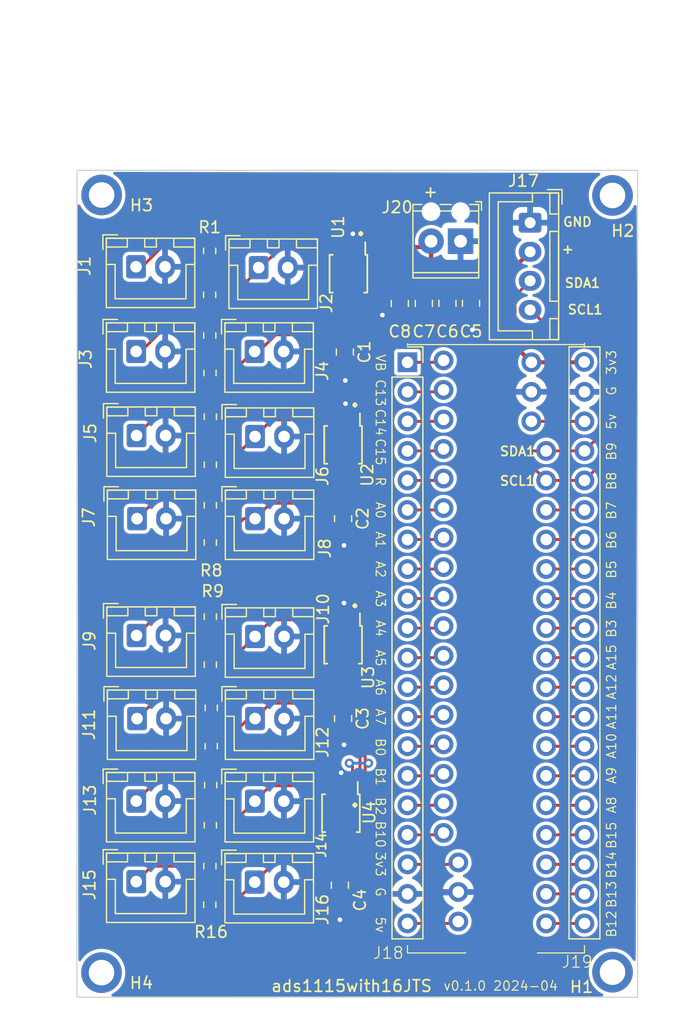
<source format=kicad_pcb>
(kicad_pcb (version 20240108) (generator "pcbnew") (generator_version "8.0")
  (title_block (date "2023-06-04"))
  (layers (0 "F.Cu" signal) (31 "B.Cu" signal) (34 "B.Paste" user) (35 "F.Paste" user) (36 "B.SilkS" user "B.Silkscreen") (37 "F.SilkS" user "F.Silkscreen") (38 "B.Mask" user) (39 "F.Mask" user) (44 "Edge.Cuts" user))
  (net 0 "")
  (net 1 "+3V3")
  (net 2 "GND")
  (net 3 "Net-(J1-Pin_1)")
  (net 4 "Net-(J2-Pin_1)")
  (net 5 "Net-(J3-Pin_1)")
  (net 6 "Net-(J4-Pin_1)")
  (net 7 "Net-(J5-Pin_1)")
  (net 8 "Net-(J6-Pin_1)")
  (net 9 "Net-(J7-Pin_1)")
  (net 10 "Net-(J8-Pin_1)")
  (net 11 "Net-(J9-Pin_1)")
  (net 12 "Net-(J10-Pin_1)")
  (net 13 "Net-(J11-Pin_1)")
  (net 14 "Net-(J12-Pin_1)")
  (net 15 "Net-(J13-Pin_1)")
  (net 16 "Net-(J14-Pin_1)")
  (net 17 "Net-(J15-Pin_1)")
  (net 18 "Net-(J16-Pin_1)")
  (net 23 "/SDA1")
  (net 24 "/SCL1")
  (net 25 "/SCL2")
  (net 26 "/SDA2")
  (net 27 "Net-(J18-3v3)")
  (net 28 "Net-(J18-5v)")
  (net 29 "Net-(J19-5v)")
  (net 30 "Net-(J18-VB)")
  (net 31 "Net-(J18-C13)")
  (net 32 "Net-(J18-C14)")
  (net 33 "Net-(J18-C15)")
  (net 34 "Net-(J18-R)")
  (net 35 "Net-(J18-A0)")
  (net 36 "Net-(J18-A1)")
  (net 37 "Net-(J18-A2)")
  (net 38 "Net-(J18-A3)")
  (net 39 "Net-(J18-A4)")
  (net 40 "Net-(J18-A5)")
  (net 41 "Net-(J18-A6)")
  (net 42 "Net-(J18-A7)")
  (net 43 "Net-(J18-B0)")
  (net 44 "Net-(J18-B1)")
  (net 45 "Net-(J18-B2)")
  (net 46 "Net-(J19-B12)")
  (net 47 "Net-(J19-B13)")
  (net 48 "Net-(J19-B14)")
  (net 49 "Net-(J19-B15)")
  (net 50 "Net-(J19-A8)")
  (net 51 "Net-(J19-A9)")
  (net 52 "Net-(J19-A10)")
  (net 53 "Net-(J19-A11)")
  (net 54 "Net-(J19-A12)")
  (net 55 "Net-(J19-A15)")
  (net 56 "Net-(J19-B4)")
  (net 57 "Net-(J19-B5)")
  (net 58 "Net-(J19-B6)")
  (net 59 "Net-(J19-B7)")
  (footprint "ProjectLib:R_0603_1608Metric" (layer "F.Cu") (at 61.0075 52.9425 90)
    (property "Reference" "R7" (hide yes))
    (property "Value" "10k")
  )
  (footprint "ProjectLib:R_0603_1608Metric" (layer "F.Cu") (at 60.96 38.34 90)
    (property "Reference" "R3" (hide yes))
    (property "Value" "10k")
  )
  (footprint "ProjectLib:JST_XH_B2B-XH-A_1x02_P2.50mm_Vertical" (layer "F.Cu") (at 64.8575 54.0875)
    (property "Reference" "J8")
    (property "Value" "Conn_01x02_Pin")
  )
  (footprint "ProjectLib:JST_XH_B2B-XH-A_1x02_P2.50mm_Vertical" (layer "F.Cu") (at 54.6575 46.9425)
    (property "Reference" "J5")
    (property "Value" "Conn_01x02_Pin")
  )
  (footprint "ProjectLib:JST_XH_B2B-XH-A_1x02_P2.50mm_Vertical" (layer "F.Cu") (at 54.61 32.425)
    (property "Reference" "J1")
    (property "Value" "Conn_01x02_Pin")
  )
  (footprint "ProjectLib:JST_XH_B2B-XH-A_1x02_P2.50mm_Vertical" (layer "F.Cu") (at 64.84 78.385)
    (property "Reference" "J14")
    (property "Value" "Conn_01x02_Pin")
  )
  (footprint "ProjectLib:MountingHole_2.2mm_M2_ISO7380_Pad" (layer "F.Cu") (at 95.631 93.091)
    (property "Reference" "H1")
    (property "Value" "MountingHole")
  )
  (footprint "ProjectLib:R_0603_1608Metric" (layer "F.Cu") (at 61.0075 45.3225 90)
    (property "Reference" "R5" (hide yes))
    (property "Value" "10k")
  )
  (footprint "ProjectLib:JST_XH_B2B-XH-A_1x02_P2.50mm_Vertical" (layer "F.Cu") (at 64.82 39.705)
    (property "Reference" "J4")
    (property "Value" "Conn_01x02_Pin")
  )
  (footprint "ProjectLib:TSSOP-10_3x3mm_P0.5mm" (layer "F.Cu") (at 72.4375 64.9325 -90)
    (property "Reference" "U3")
    (property "Value" "ADS1115IDGS")
  )
  (footprint "ProjectLib:TSSOP-10_3x3mm_P0.5mm" (layer "F.Cu") (at 72.25 79.42 -90)
    (property "Reference" "U4")
    (property "Value" "ADS1115IDGS")
  )
  (footprint "ProjectLib:JST_XH_B2B-XH-A_1x02_P2.50mm_Vertical" (layer "F.Cu") (at 54.6975 71.2825)
    (property "Reference" "J11")
    (property "Value" "Conn_01x02_Pin")
  )
  (footprint "ProjectLib:R_0603_1608Metric" (layer "F.Cu") (at 61.0075 56.134 -90)
    (property "Reference" "R8")
    (property "Value" "10k")
  )
  (footprint "ProjectLib:R_0603_1608Metric" (layer "F.Cu") (at 61.087 70.358 90)
    (property "Reference" "R11" (hide yes))
    (property "Value" "10k")
  )
  (footprint "ProjectLib:R_0603_1608Metric" (layer "F.Cu") (at 60.95 31.06 90)
    (property "Reference" "R1")
    (property "Value" "10k")
  )
  (footprint "ProjectLib:JST_XH_B2B-XH-A_1x02_P2.50mm_Vertical" (layer "F.Cu") (at 64.83 85.345)
    (property "Reference" "J16")
    (property "Value" "Conn_01x02_Pin")
  )
  (footprint "ProjectLib:C_0805_2012Metric" (layer "F.Cu") (at 72.4375 54.0875 -90)
    (property "Reference" "C2")
    (property "Value" "0.1µF")
  )
  (footprint "ProjectLib:b_pill_takeoffPads_21-40" (layer "F.Cu") (at 89.916 64.77)
    (property "Reference" "J**2" (hide yes))
    (property "Value" "SolderWire-0.25sqmm_1x20_P4.2mm_D0.65mm_OD1.7mm")
  )
  (footprint "ProjectLib:C_0805_2012Metric" (layer "F.Cu") (at 72.4375 71.2825 -90)
    (property "Reference" "C3")
    (property "Value" "0.1µF")
  )
  (footprint "ProjectLib:C_0805_2012Metric" (layer "F.Cu") (at 72.59 39.76 -90)
    (property "Reference" "C1")
    (property "Value" "0.1µF")
  )
  (footprint "ProjectLib:JST_XH_B2B-XH-A_1x02_P2.50mm_Vertical" (layer "F.Cu") (at 65.171 32.495)
    (property "Reference" "J2")
    (property "Value" "Conn_01x02_Pin")
  )
  (footprint "ProjectLib:b_pill_socket_21-40" (layer "F.Cu") (at 93.218 64.77)
    (property "Reference" "J19")
    (property "Value" "PinSocket_1x20_P2.54mm_Vertical")
  )
  (footprint "ProjectLib:R_0603_1608Metric" (layer "F.Cu") (at 61.0075 49.4525 -90)
    (property "Reference" "R6" (hide yes))
    (property "Value" "10k")
  )
  (footprint "ProjectLib:MountingHole_2.2mm_M2_ISO7380_Pad" (layer "F.Cu") (at 51.65 26.25)
    (property "Reference" "H3")
    (property "Value" "MountingHole")
  )
  (footprint "ProjectLib:C_0805_2012Metric" (layer "F.Cu") (at 72.16 85.61 -90)
    (property "Reference" "C4")
    (property "Value" "0.1µF")
  )
  (footprint "ProjectLib:TSSOP-10_3x3mm_P0.5mm" (layer "F.Cu") (at 72.4375 47.7375 -90)
    (property "Reference" "U2")
    (property "Value" "ADS1115IDGS")
  )
  (footprint "ProjectLib:R_0603_1608Metric" (layer "F.Cu") (at 61.0075 62.5175 90)
    (property "Reference" "R9")
    (property "Value" "10k")
  )
  (footprint "ProjectLib:C_0805_2012Metric" (layer "F.Cu") (at 81.42 35.57 -90)
    (property "Reference" "C6")
    (property "Value" "10µF")
  )
  (footprint "ProjectLib:C_0805_2012Metric" (layer "F.Cu") (at 79.39 35.58 -90)
    (property "Reference" "C7")
    (property "Value" "10µF")
  )
  (footprint "ProjectLib:R_0603_1608Metric" (layer "F.Cu") (at 61.0075 66.6475 -90)
    (property "Reference" "R10" (hide yes))
    (property "Value" "10k")
  )
  (footprint "ProjectLib:R_0603_1608Metric" (layer "F.Cu") (at 61.01 80.46 -90)
    (property "Reference" "R14" (hide yes))
    (property "Value" "10k")
  )
  (footprint "ProjectLib:R_0603_1608Metric" (layer "F.Cu") (at 61.04 77 90)
    (property "Reference" "R13" (hide yes))
    (property "Value" "10k")
  )
  (footprint "ProjectLib:MountingHole_2.2mm_M2_ISO7380_Pad" (layer "F.Cu") (at 51.64 93.13)
    (property "Reference" "H4")
    (property "Value" "MountingHole")
  )
  (footprint "ProjectLib:JST_XH_B4B-XH-A_1x04_P2.50mm_Vertical" (layer "F.Cu") (at 88.536 28.635 -90)
    (property "Reference" "J17")
    (property "Value" "Conn_01x04_Pin")
  )
  (footprint "ProjectLib:TSSOP-10_3x3mm_P0.5mm" (layer "F.Cu") (at 72.898 33.02 -90)
    (property "Reference" "U1")
    (property "Value" "ADS1115IDGS")
  )
  (footprint "ProjectLib:JST_XH_B2B-XH-A_1x02_P2.50mm_Vertical" (layer "F.Cu") (at 64.8575 47.0225)
    (property "Reference" "J6")
    (property "Value" "Conn_01x02_Pin")
  )
  (footprint "ProjectLib:JST_XH_B2B-XH-A_1x02_P2.50mm_Vertical" (layer "F.Cu") (at 54.63 78.375)
    (property "Reference" "J13")
    (property "Value" "Conn_01x02_Pin")
  )
  (footprint "ProjectLib:C_0805_2012Metric" (layer "F.Cu") (at 83.45 35.57 -90)
    (property "Reference" "C5")
    (property "Value" "10µF")
  )
  (footprint "ProjectLib:R_0603_1608Metric" (layer "F.Cu") (at 60.98 41.56 -90)
    (property "Reference" "R4" (hide yes))
    (property "Value" "10k")
  )
  (footprint "ProjectLib:JST_XH_B2B-XH-A_1x02_P2.50mm_Vertical" (layer "F.Cu") (at 54.63 85.305)
    (property "Reference" "J15")
    (property "Value" "Conn_01x02_Pin")
  )
  (footprint "ProjectLib:JST_XH_B2B-XH-A_1x02_P2.50mm_Vertical" (layer "F.Cu") (at 64.8575 71.2825)
    (property "Reference" "J12")
    (property "Value" "Conn_01x02_Pin")
  )
  (footprint "ProjectLib:b_pill_takeoffPads_1-20" (layer "F.Cu") (at 86.165 64.605)
    (property "Reference" "J**1" (hide yes))
    (property "Value" "SolderWire-0.25sqmm_1x20_P4.2mm_D0.65mm_OD1.7mm")
  )
  (footprint "ProjectLib:b_pill_socket_1-20" (layer "F.Cu") (at 77.978 64.77)
    (property "Reference" "J18")
    (property "Value" "PinSocket_1x20_P2.54mm_Vertical")
  )
  (footprint "ProjectLib:R_0603_1608Metric" (layer "F.Cu") (at 60.96 87.3 -90)
    (property "Reference" "R16")
    (property "Value" "10k")
  )
  (footprint "ProjectLib:R_0603_1608Metric" (layer "F.Cu") (at 60.95 34.84 -90)
    (property "Reference" "R2" (hide yes))
    (property "Value" "10k")
  )
  (footprint "ProjectLib:JST_XH_B2B-XH-A_1x02_P2.50mm_Vertical" (layer "F.Cu") (at 54.6575 64.1375)
    (property "Reference" "J9")
    (property "Value" "Conn_01x02_Pin")
  )
  (footprint "ProjectLib:C_0805_2012Metric" (layer "F.Cu") (at 77.32 35.58 -90)
    (property "Reference" "C8")
    (property "Value" "10µF")
  )
  (footprint "ProjectLib:R_0603_1608Metric" (layer "F.Cu") (at 60.97 83.97 90)
    (property "Reference" "R15" (hide yes))
    (property "Value" "10k")
  )
  (footprint "ProjectLib:R_0603_1608Metric" (layer "F.Cu") (at 61.087 73.66 -90)
    (property "Reference" "R12" (hide yes))
    (property "Value" "10k")
  )
  (footprint "ProjectLib:MountingHole_2.2mm_M2_ISO7380_Pad" (layer "F.Cu") (at 95.631 26.289)
    (property "Reference" "H2")
    (property "Value" "MountingHole")
  )
  (footprint "ProjectLib:TerminalBlock_Phoenix_MPT-0,5-2-2.54_1x02_P2.54mm_Horizontal" (layer "F.Cu") (at 82.55 30.226 180)
    (property "Reference" "J20")
    (property "Value" "Screw_Terminal_01x02")
  )
  (footprint "ProjectLib:JST_XH_B2B-XH-A_1x02_P2.50mm_Vertical" (layer "F.Cu") (at 54.62 39.705)
    (property "Reference" "J3")
    (property "Value" "Conn_01x02_Pin")
  )
  (footprint "ProjectLib:JST_XH_B2B-XH-A_1x02_P2.50mm_Vertical" (layer "F.Cu") (at 64.8575 64.2175)
    (property "Reference" "J10")
    (property "Value" "Conn_01x02_Pin")
  )
  (footprint "ProjectLib:JST_XH_B2B-XH-A_1x02_P2.50mm_Vertical" (layer "F.Cu") (at 54.6975 54.0875)
    (property "Reference" "J7")
    (property "Value" "Conn_01x02_Pin")
  )
  (gr_rect (start 49.53 24.13) (end 97.79 95.25) (stroke (width 0.1)) (fill none) (layer "Edge.Cuts"))
  (gr_text "SCL1" (at 85.852 51.308 0) (layer "F.SilkS") (effects (font (size 0.8 0.8)) (justify left bottom)))
  (gr_text "." (at 72.898 61.849 0) (layer "F.SilkS") (effects (font (size 1.5 1.5) (thickness 0.3) (bold yes)) (justify left bottom)))
  (gr_text "v0.1.0 2024-04" (at 81.026 94.742 0) (layer "F.SilkS") (effects (font (size 0.8 0.8) (thickness 0.1)) (justify left bottom)))
  (gr_text "." (at 73.406 29.845 0) (layer "F.SilkS") (effects (font (size 1.5 1.5) (thickness 0.3) (bold yes)) (justify left bottom)))
  (gr_text "ads1115with16JTS" (at 66.167 94.869 0) (layer "F.SilkS") (effects (font (size 1 1)) (justify left bottom)))
  (gr_text "." (at 72.898 78.994 0) (layer "F.SilkS") (effects (font (size 1.5 1.5) (thickness 0.3) (bold yes)) (justify left bottom)))
  (gr_text "+" (at 91.186 31.369 0) (layer "F.SilkS") (effects (font (size 0.8 0.8)) (justify left bottom)))
  (gr_text "SCL1" (at 91.694 36.576 0) (layer "F.SilkS") (effects (font (size 0.8 0.8)) (justify left bottom)))
  (gr_text "." (at 72.898 44.577 0) (layer "F.SilkS") (effects (font (size 1.5 1.5) (thickness 0.3) (bold yes)) (justify left bottom)))
  (gr_text "GND" (at 91.29 29.04 0) (layer "F.SilkS") (effects (font (size 0.8 0.8) (thickness 0.15) (bold yes)) (justify left bottom)))
  (gr_text "+" (at 79.248 26.543 0) (layer "F.SilkS") (effects (font (size 1 1)) (justify left bottom)))
  (gr_text "SDA1" (at 91.44 34.29 0) (layer "F.SilkS") (effects (font (size 0.8 0.8)) (justify left bottom)))
  (gr_text "SDA1" (at 85.852 48.768 0) (layer "F.SilkS") (effects (font (size 0.8 0.8)) (justify left bottom)))
  (segment (start 61.087 72.835) (end 59.817 74.105) (width 0.35) (layer "F.Cu") (net 1))
  (segment (start 51.435 41.38) (end 51.435 48.641) (width 0.35) (layer "F.Cu") (net 1))
  (segment (start 60.18 34.143) (end 60.16 34.163) (width 0.35) (layer "F.Cu") (net 1))
  (segment (start 61.01 79.635) (end 59.935 79.635) (width 0.35) (layer "F.Cu") (net 1))
  (segment (start 60.071 65.8225) (end 51.5255 65.8225) (width 0.35) (layer "F.Cu") (net 1))
  (segment (start 73.4375 46.5625) (end 73.4375 45.5875) (width 0.25) (layer "F.Cu") (net 1))
  (segment (start 61.0075 53.7675) (end 60.071 54.704) (width 0.35) (layer "F.Cu") (net 1))
  (segment (start 60.02 86.56) (end 60.02 85.745) (width 0.35) (layer "F.Cu") (net 1))
  (segment (start 77.343 34.61) (end 77.343 30.861) (width 0.35) (layer "F.Cu") (net 1))
  (segment (start 60.02 89.22) (end 60.02 86.56) (width 0.35) (layer "F.Cu") (net 1))
  (segment (start 60.98 40.735) (end 60.965 40.75) (width 0.35) (layer "F.Cu") (net 1))
  (segment (start 81.407 33.782) (end 81.661 33.528) (width 0.35) (layer "F.Cu") (net 1))
  (segment (start 60.071 64.279) (end 60.071 65.8225) (width 0.35) (layer "F.Cu") (net 1))
  (segment (start 60.071 57.912) (end 51.435 57.912) (width 0.35) (layer "F.Cu") (net 1))
  (segment (start 51.435 48.641) (end 51.435 57.912) (width 0.35) (layer "F.Cu") (net 1))
  (segment (start 70.55 86.27) (end 72.16 84.66) (width 0.35) (layer "F.Cu") (net 1))
  (segment (start 60.02 85.745) (end 60.97 84.795) (width 0.35) (layer "F.Cu") (net 1))
  (segment (start 51.5255 65.8225) (end 51.435 65.913) (width 0.35) (layer "F.Cu") (net 1))
  (segment (start 75.057 30.734) (end 75.057 31.456606) (width 0.35) (layer "F.Cu") (net 1))
  (segment (start 51.435 65.913) (end 51.435 75.057) (width 0.35) (layer "F.Cu") (net 1))
  (segment (start 88.646 40.64) (end 93.163 40.64) (width 0.35) (layer "F.Cu") (net 1))
  (segment (start 67.51 75.26) (end 59.817 75.26) (width 0.35) (layer "F.Cu") (net 1))
  (segment (start 81.407 34.61) (end 81.407 33.782) (width 0.35) (layer "F.Cu") (net 1))
  (segment (start 60.071 47.084) (end 60.071 48.6275) (width 0.35) (layer "F.Cu") (net 1))
  (segment (start 75.013 28.816) (end 75.057 28.86) (width 0.35) (layer "F.Cu") (net 1))
  (segment (start 51.435 34.163) (end 51.435 41.38) (width 0.35) (layer "F.Cu") (net 1))
  (segment (start 86.143 33.528) (end 88.536 31.135) (width 0.35) (layer "F.Cu") (net 1))
  (segment (start 75.057 31.456606) (end 72.8825 33.631106) (width 0.35) (layer "F.Cu") (net 1))
  (segment (start 60.071 54.704) (end 60.071 56.2455) (width 0.35) (layer "F.Cu") (net 1))
  (segment (start 72.4375 67.0825) (end 72.4375 70.3325) (width 0.35) (layer "F.Cu") (net 1))
  (segment (start 93.163 40.64) (end 93.193 40.61) (width 0.35) (layer "F.Cu") (net 1))
  (segment (start 61.0075 46.1475) (end 60.071 47.084) (width 0.35) (layer "F.Cu") (net 1))
  (segment (start 59.88 82.12) (end 59.88 79.69) (width 0.35) (layer "F.Cu") (net 1))
  (segment (start 60.645 31.885) (end 60.18 32.35) (width 0.35) (layer "F.Cu") (net 1))
  (segment (start 51.854 28.816) (end 75.013 28.816) (width 0.35) (layer "F.Cu") (net 1))
  (segment (start 72.8825 33.655) (end 72.898 33.6705) (width 0.35) (layer "F.Cu") (net 1))
  (segment (start 75.057 30.734) (end 77.47 30.734) (width 0.35) (layer "F.Cu") (net 1))
  (segment (start 67.663 57.912) (end 60.071 57.912) (width 0.35) (layer "F.Cu") (net 1))
  (segment (start 83.439 33.528) (end 86.143 33.528) (width 0.35) (layer "F.Cu") (net 1))
  (segment (start 60.071 48.6275) (end 51.4485 48.6275) (width 0.35) (layer "F.Cu") (net 1))
  (segment (start 79.502 30.734) (end 80.01 30.226) (width 0.35) (layer "F.Cu") (net 1))
  (segment (start 59.88 78.4) (end 60.455 77.825) (width 0.35) (layer "F.Cu") (net 1))
  (segment (start 61.0075 65.8225) (end 60.071 65.8225) (width 0.35) (layer "F.Cu") (net 1))
  (segment (start 60.455 77.825) (end 61.04 77.825) (width 0.35) (layer "F.Cu") (net 1))
  (segment (start 51.435 29.285) (end 51.41 29.26) (width 0.35) (layer "F.Cu") (net 1))
  (segment (start 51.435 34.163) (end 51.435 29.285) (width 0.35) (layer "F.Cu") (net 1))
  (segment (start 59.43 41.38) (end 51.435 41.38) (width 0.35) (layer "F.Cu") (net 1))
  (segment (start 61.0075 63.3425) (end 60.071 64.279) (width 0.35) (layer "F.Cu") (net 1))
  (segment (start 61.0075 55.309) (end 60.071 56.2455) (width 0.35) (layer "F.Cu") (net 1))
  (segment (start 60.965 40.75) (end 60.06 40.75) (width 0.35) (layer "F.Cu") (net 1))
  (segment (start 51.435 89.281) (end 59.959 89.281) (width 0.35) (layer "F.Cu") (net 1))
  (segment (start 51.41 29.26) (end 51.854 28.816) (width 0.35) (layer "F.Cu") (net 1))
  (segment (start 72.4375 70.3325) (end 67.51 75.26) (width 0.35) (layer "F.Cu") (net 1))
  (segment (start 51.435 75.057) (end 51.435 82.12) (width 0.35) (layer "F.Cu") (net 1))
  (segment (start 72.4375 49.8875) (end 72.4375 47.5625) (width 0.25) (layer "F.Cu") (net 1))
  (segment (start 59.817 72.453) (end 59.817 74.105) (width 0.35) (layer "F.Cu") (net 1))
  (segment (start 51.435 82.12) (end 51.435 89.281) (width 0.35) (layer "F.Cu") (net 1))
  (segment (start 59.959 89.281) (end 59.968 89.29) (width 0.35) (layer "F.Cu") (net 1))
  (segment (start 59.968 89.29) (end 70.55 89.29) (width 0.35) (layer "F.Cu") (net 1))
  (segment (start 59.88 79.69) (end 59.88 78.4) (width 0.35) (layer "F.Cu") (net 1))
  (segment (start 81.661 33.528) (end 83.439 33.528) (width 0.35) (layer "F.Cu") (net 1))
  (segment (start 72.59 37.569088) (end 72.59 38.81) (width 0.35) (layer "F.Cu") (net 1))
  (segment (start 60.18 34.143) (end 60.822 34.143) (width 0.35) (layer "F.Cu") (net 1))
  (segment (start 72.898 37.261088) (end 72.59 37.569088) (width 0.35) (layer "F.Cu") (net 1))
  (segment (start 51.638 75.26) (end 59.817 75.26) (width 0.35) (layer "F.Cu") (net 1))
  (segment (start 60.215 39.165) (end 60.06 39.32) (width 0.35) (layer "F.Cu") (net 1))
  (segment (start 72.4375 49.8875) (end 72.4375 53.1375) (width 0.35) (layer "F.Cu") (net 1))
  (segment (start 88.646 40.64) (end 86.736 38.73) (width 0.35) (layer "F.Cu") (net 1))
  (segment (start 83.439 34.61) (end 83.439 33.528) (width 0.35) (layer "F.Cu") (net 1))
  (segment (start 70.55 89.29) (end 70.55 86.27) (width 0.35) (layer "F.Cu") (net 1))
  (segment (start 80.01 30.226) (end 80.01 31.877) (width 0.35) (layer "F.Cu") (net 1))
  (segment (start 75.057 28.86) (end 75.057 30.734) (width 0.35) (layer "F.Cu") (net 1))
  (segment (start 60.16 34.163) (end 51.435 34.163) (width 0.35) (layer "F.Cu") (net 1))
  (segment (start 80.01 33.975) (end 80.01 30.226) (width 0.35) (layer "F.Cu") (net 1))
  (segment (start 72.898 33.6705) (end 72.898 35.17) (width 0.35) (layer "F.Cu") (net 1))
  (segment (start 72.8825 33.631106) (end 72.8825 33.655) (width 0.35) (layer "F.Cu") (net 1))
  (segment (start 60.18 32.35) (end 60.18 34.143) (width 0.35) (layer "F.Cu") (net 1))
  (segment (start 51.435 75.057) (end 51.638 75.26) (width 0.35) (layer "F.Cu") (net 1))
  (segment (start 60.02 86.56) (end 60.875 86.56) (width 0.35) (layer "F.Cu") (net 1))
  (segment (start 80.01 31.877) (end 81.661 33.528) (width 0.35) (layer "F.Cu") (net 1))
  (segment (start 60.95 31.885) (end 60.645 31.885) (width 0.35) (layer "F.Cu") (net 1))
  (segment (start 51.4485 48.6275) (end 51.435 48.641) (width 0.35) (layer "F.Cu") (net 1))
  (segment (start 61.087 71.183) (end 59.817 72.453) (width 0.35) (layer "F.Cu") (net 1))
  (segment (start 59.935 79.635) (end 59.88 79.69) (width 0.35) (layer "F.Cu") (net 1))
  (segment (start 86.736 38.73) (end 86.736 32.935) (width 0.35) (layer "F.Cu") (net 1))
  (segment (start 79.375 34.61) (end 80.01 33.975) (width 0.35) (layer "F.Cu") (net 1))
  (segment (start 60.822 34.143) (end 60.95 34.015) (width 0.35) (layer "F.Cu") (net 1))
  (segment (start 86.736 32.935) (end 88.536 31.135) (width 0.35) (layer "F.Cu") (net 1))
  (segment (start 60.06 40.75) (end 59.43 41.38) (width 0.35) (layer "F.Cu") (net 1))
  (segment (start 60.875 86.56) (end 60.96 86.475) (width 0.35) (layer "F.Cu") (net 1))
  (segment (start 60.06 39.32) (end 60.06 40.75) (width 0.35) (layer "F.Cu") (net 1))
  (segment (start 51.435 57.912) (end 51.435 65.913) (width 0.35) (layer "F.Cu") (net 1))
  (segment (start 61.0075 48.6275) (end 60.071 48.6275) (width 0.35) (layer "F.Cu") (net 1))
  (segment (start 72.4375 47.5625) (end 73.4375 46.5625) (width 0.25) (layer "F.Cu") (net 1))
  (segment (start 72.898 35.17) (end 72.898 37.261088) (width 0.35) (layer "F.Cu") (net 1))
  (segment (start 59.959 89.281) (end 60.02 89.22) (width 0.35) (layer "F.Cu") (net 1))
  (segment (start 60.071 56.2455) (end 60.071 57.912) (width 0.35) (layer "F.Cu") (net 1))
  (segment (start 77.47 30.734) (end 79.502 30.734) (width 0.35) (layer "F.Cu") (net 1))
  (segment (start 72.4375 53.1375) (end 67.663 57.912) (width 0.35) (layer "F.Cu") (net 1))
  (segment (start 72.25 84.57) (end 72.25 81.57) (width 0.35) (layer "F.Cu") (net 1))
  (segment (start 72.16 84.66) (end 72.25 84.57) (width 0.35) (layer "F.Cu") (net 1))
  (segment (start 77.343 30.861) (end 77.47 30.734) (width 0.35) (layer "F.Cu") (net 1))
  (segment (start 59.817 74.105) (end 59.817 75.26) (width 0.35) (layer "F.Cu") (net 1))
  (segment (start 51.435 82.12) (end 59.88 82.12) (width 0.35) (layer "F.Cu") (net 1))
  (segment (start 60.96 39.165) (end 60.215 39.165) (width 0.35) (layer "F.Cu") (net 1))
  (segment (start 73.279 29.591) (end 72.898 29.972) (width 0.25) (layer "F.Cu") (net 2))
  (segment (start 72.63 40.68) (end 72.63 42.204) (width 0.25) (layer "F.Cu") (net 2))
  (segment (start 79.375 36.51) (end 81.407 36.51) (width 0.25) (layer "F.Cu") (net 2))
  (segment (start 72.4375 72.2325) (end 72.4375 73.4535) (width 0.25) (layer "F.Cu") (net 2))
  (segment (start 83.439 37.719) (end 83.566 37.846) (width 0.25) (layer "F.Cu") (net 2))
  (segment (start 72.25 77.27) (end 72.25 75.959931) (width 0.25) (layer "F.Cu") (net 2))
  (segment (start 73.279 29.591) (end 73.898 30.21) (width 0.25) (layer "F.Cu") (net 2))
  (segment (start 77.343 36.51) (end 79.375 36.51) (width 0.25) (layer "F.Cu") (net 2))
  (segment (start 72.4375 73.4535) (end 72.517 73.533) (width 0.25) (layer "F.Cu") (net 2))
  (segment (start 72.4375 55.0375) (end 72.4375 56.3085) (width 0.25) (layer "F.Cu") (net 2))
  (segment (start 72.4375 61.4205) (end 72.4375 62.7825) (width 0.25) (layer "F.Cu") (net 2))
  (segment (start 72.644 44.196) (end 72.4375 44.4025) (width 0.25) (layer "F.Cu") (net 2))
  (segment (start 72.25 75.959931) (end 72.26971 75.940221) (width 0.25) (layer "F.Cu") (net 2))
  (segment (start 75.819 36.576) (end 77.277 36.576) (width 0.25) (layer "F.Cu") (net 2))
  (segment (start 72.4375 44.4025) (end 72.4375 45.5875) (width 0.25) (layer "F.Cu") (net 2))
  (segment (start 83.439 36.51) (end 83.439 37.719) (width 0.25) (layer "F.Cu") (net 2))
  (segment (start 77.277 36.576) (end 77.343 36.51) (width 0.25) (layer "F.Cu") (net 2))
  (segment (start 72.517 61.341) (end 72.4375 61.4205) (width 0.25) (layer "F.Cu") (net 2))
  (segment (start 73.898 30.21) (end 73.898 30.87) (width 0.25) (layer "F.Cu") (net 2))
  (segment (start 81.407 36.51) (end 83.439 36.51) (width 0.25) (layer "F.Cu") (net 2))
  (segment (start 72.16 86.56) (end 72.16 88.58) (width 0.25) (layer "F.Cu") (net 2))
  (segment (start 72.898 29.972) (end 72.898 30.87) (width 0.25) (layer "F.Cu") (net 2))
  (segment (start 72.4375 56.3085) (end 72.517 56.388) (width 0.25) (layer "F.Cu") (net 2))
  (via (at 72.26971 75.940221) (size 0.8) (drill 0.4) (layers "F.Cu" "B.Cu") (net 2))
  (via (at 72.63 42.204) (size 0.8) (drill 0.4) (layers "F.Cu" "B.Cu") (net 2))
  (via (at 72.517 73.533) (size 0.8) (drill 0.4) (layers "F.Cu" "B.Cu") (net 2))
  (via (at 72.517 61.341) (size 0.8) (drill 0.4) (layers "F.Cu" "B.Cu") (net 2))
  (via (at 83.566 37.846) (size 0.8) (drill 0.4) (layers "F.Cu" "B.Cu") (net 2))
  (via (at 73.279 29.591) (size 0.8) (drill 0.4) (layers "F.Cu" "B.Cu") (net 2))
  (via (at 72.644 44.196) (size 0.8) (drill 0.4) (layers "F.Cu" "B.Cu") (net 2))
  (via (at 72.16 88.58) (size 0.8) (drill 0.4) (layers "F.Cu" "B.Cu") (net 2))
  (via (at 75.819 36.576) (size 0.8) (drill 0.4) (layers "F.Cu" "B.Cu") (net 2))
  (via (at 72.517 56.388) (size 0.8) (drill 0.4) (layers "F.Cu" "B.Cu") (net 2))
  (segment (start 57.6025 39.559) (end 57.6425 39.599) (width 0.25) (layer "B.Cu") (net 2))
  (segment (start 57.1975 81.1925) (end 57.1575 81.2325) (width 0.25) (layer "B.Cu") (net 2))
  (segment (start 57.1575 88.3375) (end 57.1975 88.3775) (width 0.25) (layer "B.Cu") (net 2))
  (segment (start 77.978 86.36) (end 82.423 86.36) (width 0.25) (layer "B.Cu") (net 2))
  (segment (start 57.5475 30.009) (end 55.1025 32.454) (width 0.25) (layer "F.Cu") (net 3))
  (segment (start 60.95 30.235) (end 61.705 29.48) (width 0.25) (layer "F.Cu") (net 3))
  (segment (start 72.29 29.48) (end 72.398 29.588) (width 0.25) (layer "F.Cu") (net 3))
  (segment (start 57.5475 30.009) (end 60.724 30.009) (width 0.25) (layer "F.Cu") (net 3))
  (segment (start 72.398 29.588) (end 72.398 30.87) (width 0.25) (layer "F.Cu") (net 3))
  (segment (start 60.724 30.009) (end 60.95 30.235) (width 0.25) (layer "F.Cu") (net 3))
  (segment (start 61.705 29.48) (end 72.29 29.48) (width 0.25) (layer "F.Cu") (net 3))
  (segment (start 62.0475 35.789) (end 66.9665 30.87) (width 0.25) (layer "F.Cu") (net 4))
  (segment (start 66.9665 30.87) (end 71.898 30.87) (width 0.25) (layer "F.Cu") (net 4))
  (segment (start 61.4525 35.789) (end 62.0475 35.789) (width 0.25) (layer "F.Cu") (net 4))
  (segment (start 71.898 35.935708) (end 71.898 35.17) (width 0.25) (layer "F.Cu") (net 5))
  (segment (start 55.1425 39.599) (end 57.1125 37.629) (width 0.25) (layer "F.Cu") (net 5))
  (segment (start 61.4525 37.629) (end 70.204708 37.629) (width 0.25) (layer "F.Cu") (net 5))
  (segment (start 70.204708 37.629) (end 71.898 35.935708) (width 0.25) (layer "F.Cu") (net 5))
  (segment (start 57.1125 37.629) (end 61.4525 37.629) (width 0.25) (layer "F.Cu") (net 5))
  (segment (start 65.3025 39.599) (end 64.3705 39.599) (width 0.25) (layer "F.Cu") (net 6))
  (segment (start 66.6275 38.274) (end 70.196104 38.274) (width 0.25) (layer "F.Cu") (net 6))
  (segment (start 72.398 35.17) (end 72.398 36.072104) (width 0.25) (layer "F.Cu") (net 6))
  (segment (start 72.398 36.072104) (end 70.196104 38.274) (width 0.25) (layer "F.Cu") (net 6))
  (segment (start 65.3565 39.545) (end 66.6275 38.274) (width 0.25) (layer "F.Cu") (net 6))
  (segment (start 64.87 39.545) (end 65.3565 39.545) (width 0.25) (layer "F.Cu") (net 6))
  (segment (start 62.03 42.385) (end 64.87 39.545) (width 0.25) (layer "F.Cu") (net 6))
  (segment (start 60.98 42.385) (end 62.03 42.385) (width 0.25) (layer "F.Cu") (net 6))
  (segment (start 71.6725 44.4975) (end 71.9375 44.7625) (width 0.25) (layer "F.Cu") (net 7))
  (segment (start 57.1025 44.4975) (end 61.0075 44.4975) (width 0.25) (layer "F.Cu") (net 7))
  (segment (start 61.0075 44.4975) (end 71.6725 44.4975) (width 0.25) (layer "F.Cu") (net 7))
  (segment (start 71.9375 44.7625) (end 71.9375 45.5875) (width 0.25) (layer "F.Cu") (net 7))
  (segment (start 54.6575 46.9425) (end 57.1025 44.4975) (width 0.25) (layer "F.Cu") (net 7))
  (segment (start 61.6025 50.2775) (end 64.8575 47.0225) (width 0.25) (layer "F.Cu") (net 8))
  (segment (start 64.8575 47.0225) (end 66.2925 45.5875) (width 0.25) (layer "F.Cu") (net 8))
  (segment (start 66.2925 45.5875) (end 71.4375 45.5875) (width 0.25) (layer "F.Cu") (net 8))
  (segment (start 61.0075 50.2775) (end 61.6025 50.2775) (width 0.25) (layer "F.Cu") (net 8))
  (segment (start 71.4375 50.2825) (end 71.4375 49.8875) (width 0.25) (layer "F.Cu") (net 9))
  (segment (start 56.6675 52.1175) (end 61.0075 52.1175) (width 0.25) (layer "F.Cu") (net 9))
  (segment (start 70.7 51.02) (end 71.4375 50.2825) (width 0.25) (layer "F.Cu") (net 9))
  (segment (start 62.105 51.02) (end 70.7 51.02) (width 0.25) (layer "F.Cu") (net 9))
  (segment (start 54.6975 54.0875) (end 56.6675 52.1175) (width 0.25) (layer "F.Cu") (net 9))
  (segment (start 61.0075 52.1175) (end 62.0325 51.0925) (width 0.25) (layer "F.Cu") (net 9))
  (segment (start 62.0325 51.0925) (end 62.105 51.02) (width 0.25) (layer "F.Cu") (net 9))
  (segment (start 64.8575 54.0875) (end 63.879 54.0875) (width 0.25) (layer "F.Cu") (net 10))
  (segment (start 66.1825 52.7625) (end 69.751104 52.7625) (width 0.25) (layer "F.Cu") (net 10))
  (segment (start 64.8575 54.0875) (end 66.1825 52.7625) (width 0.25) (layer "F.Cu") (net 10))
  (segment (start 69.751104 52.7625) (end 71.9375 50.576104) (width 0.25) (layer "F.Cu") (net 10))
  (segment (start 63.879 54.0875) (end 61.0075 56.959) (width 0.25) (layer "F.Cu") (net 10))
  (segment (start 71.9375 50.576104) (end 71.9375 49.8875) (width 0.25) (layer "F.Cu") (net 10))
  (segment (start 57.1025 61.6925) (end 61.0075 61.6925) (width 0.25) (layer "F.Cu") (net 11))
  (segment (start 54.6575 64.1375) (end 57.1025 61.6925) (width 0.25) (layer "F.Cu") (net 11))
  (segment (start 71.9375 61.9575) (end 71.9375 62.7825) (width 0.25) (layer "F.Cu") (net 11))
  (segment (start 61.0075 61.6925) (end 71.6725 61.6925) (width 0.25) (layer "F.Cu") (net 11))
  (segment (start 71.6725 61.6925) (end 71.9375 61.9575) (width 0.25) (layer "F.Cu") (net 11))
  (segment (start 66.2925 62.7825) (end 71.4375 62.7825) (width 0.25) (layer "F.Cu") (net 12))
  (segment (start 61.0075 67.4725) (end 61.6025 67.4725) (width 0.25) (layer "F.Cu") (net 12))
  (segment (start 61.6025 67.4725) (end 64.8575 64.2175) (width 0.25) (layer "F.Cu") (net 12))
  (segment (start 64.8575 64.2175) (end 66.2925 62.7825) (width 0.25) (layer "F.Cu") (net 12))
  (segment (start 61.0075 69.3125) (end 62.075 68.245) (width 0.25) (layer "F.Cu") (net 13))
  (segment (start 71.4375 67.634708) (end 71.4375 67.0825) (width 0.25) (layer "F.Cu") (net 13))
  (segment (start 62.075 68.245) (end 70.827208 68.245) (width 0.25) (layer "F.Cu") (net 13))
  (segment (start 70.827208 68.245) (end 71.4375 67.634708) (width 0.25) (layer "F.Cu") (net 13))
  (segment (start 54.6975 71.2825) (end 56.6675 69.3125) (width 0.25) (layer "F.Cu") (net 13))
  (segment (start 56.6675 69.3125) (end 61.0075 69.3125) (width 0.25) (layer "F.Cu") (net 13))
  (segment (start 71.9375 67.771104) (end 71.9375 67.0825) (width 0.25) (layer "F.Cu") (net 14))
  (segment (start 64.8575 71.2825) (end 66.1825 69.9575) (width 0.25) (layer "F.Cu") (net 14))
  (segment (start 69.751104 69.9575) (end 71.9375 67.771104) (width 0.25) (layer "F.Cu") (net 14))
  (segment (start 64.8575 71.2825) (end 64.2895 71.2825) (width 0.25) (layer "F.Cu") (net 14))
  (segment (start 64.2895 71.2825) (end 61.087 74.485) (width 0.25) (layer "F.Cu") (net 14))
  (segment (start 66.1825 69.9575) (end 69.751104 69.9575) (width 0.25) (layer "F.Cu") (net 14))
  (segment (start 56.83 76.175) (end 61.04 76.175) (width 0.25) (layer "F.Cu") (net 15))
  (segment (start 71.48 76.175) (end 71.75 76.445) (width 0.25) (layer "F.Cu") (net 15))
  (segment (start 54.63 78.375) (end 56.83 76.175) (width 0.25) (layer "F.Cu") (net 15))
  (segment (start 71.75 76.445) (end 71.75 77.27) (width 0.25) (layer "F.Cu") (net 15))
  (segment (start 61.04 76.175) (end 71.48 76.175) (width 0.25) (layer "F.Cu") (net 15))
  (segment (start 66.165 77.06) (end 71.04 77.06) (width 0.25) (layer "F.Cu") (net 16))
  (segment (start 61.94 81.285) (end 64.84 78.385) (width 0.25) (layer "F.Cu") (net 16))
  (segment (start 61.01 81.285) (end 61.94 81.285) (width 0.25) (layer "F.Cu") (net 16))
  (segment (start 64.84 78.385) (end 66.165 77.06) (width 0.25) (layer "F.Cu") (net 16))
  (segment (start 71.04 77.06) (end 71.25 77.27) (width 0.25) (layer "F.Cu") (net 16))
  (segment (start 71.25 81.64) (end 71.25 81.57) (width 0.25) (layer "F.Cu") (net 17))
  (segment (start 70.46 82.37) (end 70.49 82.4) (width 0.25) (layer "F.Cu") (net 17))
  (segment (start 61.745 82.37) (end 70.46 82.37) (width 0.25) (layer "F.Cu") (net 17))
  (segment (start 55.955 83.98) (end 60.135 83.98) (width 0.25) (layer "F.Cu") (net 17))
  (segment (start 54.63 85.305) (end 55.955 83.98) (width 0.25) (layer "F.Cu") (net 17))
  (segment (start 70.49 82.4) (end 71.25 81.64) (width 0.25) (layer "F.Cu") (net 17))
  (segment (start 60.97 83.145) (end 61.745 82.37) (width 0.25) (layer "F.Cu") (net 17))
  (segment (start 60.135 83.98) (end 60.97 83.145) (width 0.25) (layer "F.Cu") (net 17))
  (segment (start 62.05 88.125) (end 64.83 85.345) (width 0.25) (layer "F.Cu") (net 18))
  (segment (start 64.83 85.345) (end 67.325 82.85) (width 0.25) (layer "F.Cu") (net 18))
  (segment (start 71.75 82.37) (end 71.75 81.57) (width 0.25) (layer "F.Cu") (net 18))
  (segment (start 71.27 82.85) (end 71.75 82.37) (width 0.25) (layer "F.Cu") (net 18))
  (segment (start 60.96 88.125) (end 62.05 88.125) (width 0.25) (layer "F.Cu") (net 18))
  (segment (start 67.325 82.85) (end 71.27 82.85) (width 0.25) (layer "F.Cu") (net 18))
  (segment (start 87.236 37.452) (end 87.236 34.935) (width 0.25) (layer "F.Cu") (net 23))
  (segment (start 88.713919 48.26) (end 89.916 48.26) (width 0.25) (layer "F.Cu") (net 23))
  (segment (start 73.398195 37.483695) (end 73.8875 37.973) (width 0.25) (layer "F.Cu") (net 23))
  (segment (start 72.9375 48.9825) (end 72.9375 49.8875) (width 0.25) (layer "F.Cu") (net 23))
  (segment (start 72.9375 69.167195) (end 73.8875 70.117195) (width 0.25) (layer "F.Cu") (net 23))
  (segment (start 92.581604 48.26) (end 92.899802 48.578198) (width 0.25) (layer "F.Cu") (net 23))
  (segment (start 87.757 37.973) (end 87.236 37.452) (width 0.25) (layer "F.Cu") (net 23))
  (segment (start 95.181 47.117) (end 94.361 47.117) (width 0.25) (layer "F.Cu") (net 23))
  (segment (start 73.8875 64.5425) (end 72.9375 65.4925) (width 0.25) (layer "F.Cu") (net 23))
  (segment (start 94.361 47.117) (end 93.218 48.26) (width 0.25) (layer "F.Cu") (net 23))
  (segment (start 84.818 40.693) (end 84.818 44.364081) (width 0.25) (layer "F.Cu") (net 23))
  (segment (start 73.398 35.17) (end 73.398 34.345) (width 0.25) (layer "F.Cu") (net 23))
  (segment (start 73.8875 52.922195) (end 73.8875 64.5425) (width 0.25) (layer "F.Cu") (net 23))
  (segment (start 73.398 35.17) (end 73.398 37.468195) (width 0.25) (layer "F.Cu") (net 23))
  (segment (start 72.9375 65.4925) (end 72.9375 67.0825) (width 0.25) (layer "F.Cu") (net 23))
  (segment (start 72.9375 67.0825) (end 72.9375 69.167195) (width 0.25) (layer "F.Cu") (net 23))
  (segment (start 75.057 37.719) (end 81.844 37.719) (width 0.25) (layer "F.Cu") (net 23))
  (segment (start 95.181 37.973) (end 95.181 47.117) (width 0.25) (layer "F.Cu") (net 23))
  (segment (start 75.057 37.719) (end 75.057 34.29) (width 0.25) (layer "F.Cu") (net 23))
  (segment (start 73.398 37.468195) (end 73.3825 37.483695) (width 0.25) (layer "F.Cu") (net 23))
  (segment (start 87.236 34.935) (end 88.536 33.635) (width 0.25) (layer "F.Cu") (net 23))
  (segment (start 73.4375 62.7825) (end 73.4375 64.9925) (width 0.25) (layer "F.Cu") (net 23))
  (segment (start 84.818 44.364081) (end 88.713919 48.26) (width 0.25) (layer "F.Cu") (net 23))
  (segment (start 73.8875 37.973) (end 73.8875 48.0325) (width 0.25) (layer "F.Cu") (net 23))
  (segment (start 72.9375 51.972195) (end 73.8875 52.922195) (width 0.25) (layer "F.Cu") (net 23))
  (segment (start 72.75 81.57) (end 72.75 78.96) (width 0.25) (layer "F.Cu") (net 23))
  (segment (start 72.75 78.96) (end 73.8875 77.8225) (width 0.25) (layer "F.Cu") (net 23))
  (segment (start 73.453 34.29) (end 75.057 34.29) (width 0.25) (layer "F.Cu") (net 23))
  (segment (start 73.398 34.345) (end 73.453 34.29) (width 0.25) (layer "F.Cu") (net 23))
  (segment (start 73.3825 37.483695) (end 73.398195 37.483695) (width 0.25) (layer "F.Cu") (net 23))
  (segment (start 90.678 48.26) (end 92.581604 48.26) (width 0.25) (layer "F.Cu") (net 23))
  (segment (start 87.757 37.973) (end 95.181 37.973) (width 0.25) (layer "F.Cu") (net 23))
  (segment (start 73.8875 48.0325) (end 72.9375 48.9825) (width 0.25) (layer "F.Cu") (net 23))
  (segment (start 72.9375 49.8875) (end 72.9375 51.972195) (width 0.25) (layer "F.Cu") (net 23))
  (segment (start 73.4375 64.9925) (end 72.9375 65.4925) (width 0.25) (layer "F.Cu") (net 23))
  (segment (start 73.8875 77.8225) (end 73.8875 70.117195) (width 0.25) (layer "F.Cu") (net 23))
  (segment (start 81.844 37.719) (end 84.818 40.693) (width 0.25) (layer "F.Cu") (net 23))
  (segment (start 94.234 49.784) (end 93.218 50.8) (width 0.25) (layer "F.Cu") (net 24))
  (segment (start 90.043 50.8) (end 93.218 50.8) (width 0.25) (layer "F.Cu") (net 24))
  (segment (start 73.4375 49.8875) (end 74.3375 50.7875) (width 0.25) (layer "F.Cu") (net 24))
  (segment (start 74.4645 38.354) (end 74.3375 38.481) (width 0.25) (layer "F.Cu") (net 24))
  (segment (start 95.631 37.465) (end 95.631 49.784) (width 0.25) (layer "F.Cu") (net 24))
  (segment (start 74.3375 48.9875) (end 73.4375 49.8875) (width 0.25) (layer "F.Cu") (net 24))
  (segment (start 73.898 37.1525) (end 74.3375 37.592) (width 0.25) (layer "F.Cu") (net 24))
  (segment (start 81.661 38.354) (end 84.368 41.061) (width 0.25) (layer "F.Cu") (net 24))
  (segment (start 74.3375 37.592) (end 74.3375 38.481) (width 0.25) (layer "F.Cu") (net 24))
  (segment (start 73.25 75.391) (end 72.9755 75.1165) (width 0.25) (layer "F.Cu") (net 24))
  (segment (start 73.25 77.27) (end 73.25 75.391) (width 0.25) (layer "F.Cu") (net 24))
  (segment (start 74.3375 66.1825) (end 73.4375 67.0825) (width 0.25) (layer "F.Cu") (net 24))
  (segment (start 88.84 36.389) (end 89.916 37.465) (width 0.25) (layer "F.Cu") (net 24))
  (segment (start 84.368 41.061) (end 84.368 45.252) (width 0.25) (layer "F.Cu") (net 24))
  (segment (start 73.898 35.17) (end 73.898 37.1525) (width 0.25) (layer "F.Cu") (net 24))
  (segment (start 74.3375 38.481) (end 74.3375 48.9875) (width 0.25) (layer "F.Cu") (net 24))
  (segment (start 74.3375 50.7875) (end 74.3375 66.1825) (width 0.25) (layer "F.Cu") (net 24))
  (segment (start 89.916 37.465) (end 95.631 37.465) (width 0.25) (layer "F.Cu") (net 24))
  (segment (start 73.4375 67.0825) (end 74.3375 67.9825) (width 0.25) (layer "F.Cu") (net 24))
  (segment (start 74.3375 67.9825) (end 74.3375 81.38) (width 0.25) (layer "F.Cu") (net 24))
  (segment (start 73.25 81.57) (end 74.1475 81.57) (width 0.25) (layer "F.Cu") (net 24))
  (segment (start 95.631 49.784) (end 94.234 49.784) (width 0.25) (layer "F.Cu") (net 24))
  (segment (start 84.368 45.252) (end 89.916 50.8) (width 0.25) (layer "F.Cu") (net 24))
  (segment (start 74.1475 81.57) (end 74.3375 81.38) (width 0.25) (layer "F.Cu") (net 24))
  (segment (start 81.661 38.354) (end 74.4645 38.354) (width 0.25) (layer "F.Cu") (net 24))
  (via (at 74.6155 75.1165) (size 0.8) (drill 0.4) (layers "F.Cu" "B.Cu") (net 24))
  (via (at 72.9755 75.1165) (size 0.8) (drill 0.4) (layers "F.Cu" "B.Cu") (net 24))
  (segment (start 72.9755 75.1165) (end 74.6155 75.1165) (width 0.25) (layer "B.Cu") (net 24))
  (segment (start 77.978 81.28) (end 81.153 81.28) (width 0.25) (layer "F.Cu") (net 25))
  (segment (start 90.678 63.5) (end 93.218 63.5) (width 0.25) (layer "F.Cu") (net 26))
  (segment (start 77.978 83.82) (end 82.19 83.82) (width 0.25) (layer "F.Cu") (net 27))
  (segment (start 82.19 83.82) (end 82.355 83.655) (width 0.25) (layer "F.Cu") (net 27))
  (segment (start 82.19 88.9) (end 82.355 88.735) (width 0.25) (layer "F.Cu") (net 28))
  (segment (start 77.978 88.9) (end 82.19 88.9) (width 0.25) (layer "F.Cu") (net 28))
  (segment (start 88.646 45.72) (end 93.218 45.72) (width 0.25) (layer "F.Cu") (net 29))
  (segment (start 77.978 40.64) (end 80.92 40.64) (width 0.25) (layer "F.Cu") (net 30))
  (segment (start 80.92 40.64) (end 81.085 40.475) (width 0.25) (layer "F.Cu") (net 30))
  (segment (start 77.978 43.18) (end 81.026 43.18) (width 0.25) (layer "F.Cu") (net 31))
  (segment (start 77.978 45.72) (end 81.026 45.72) (width 0.25) (layer "F.Cu") (net 32))
  (segment (start 81.026 48.26) (end 77.978 48.26) (width 0.25) (layer "F.Cu") (net 33))
  (segment (start 77.978 50.8) (end 81.026 50.8) (width 0.25) (layer "F.Cu") (net 34))
  (segment (start 81.026 53.34) (end 77.978 53.34) (width 0.25) (layer "F.Cu") (net 35))
  (segment (start 77.978 55.88) (end 81.026 55.88) (width 0.25) (layer "F.Cu") (net 36))
  (segment (start 81.026 58.42) (end 77.978 58.42) (width 0.25) (layer "F.Cu") (net 37))
  (segment (start 77.978 60.96) (end 81.026 60.96) (width 0.25) (layer "F.Cu") (net 38))
  (segment (start 81.026 63.5) (end 77.978 63.5) (width 0.25) (layer "F.Cu") (net 39))
  (segment (start 77.978 66.04) (end 81.026 66.04) (width 0.25) (layer "F.Cu") (net 40))
  (segment (start 81.026 68.58) (end 77.978 68.58) (width 0.25) (layer "F.Cu") (net 41))
  (segment (start 77.978 71.12) (end 81.026 71.12) (width 0.25) (layer "F.Cu") (net 42))
  (segment (start 81.026 73.66) (end 77.978 73.66) (width 0.25) (layer "F.Cu") (net 43))
  (segment (start 77.978 76.2) (end 81.026 76.2) (width 0.25) (layer "F.Cu") (net 44))
  (segment (start 77.978 78.74) (end 81.026 78.74) (width 0.25) (layer "F.Cu") (net 45))
  (segment (start 90.043 88.9) (end 93.218 88.9) (width 0.25) (layer "F.Cu") (net 46))
  (segment (start 90.043 86.36) (end 93.218 86.36) (width 0.25) (layer "F.Cu") (net 47))
  (segment (start 90.043 83.82) (end 93.218 83.82) (width 0.25) (layer "F.Cu") (net 48))
  (segment (start 90.043 81.28) (end 93.218 81.28) (width 0.25) (layer "F.Cu") (net 49))
  (segment (start 90.043 78.74) (end 93.218 78.74) (width 0.25) (layer "F.Cu") (net 50))
  (segment (start 90.043 76.2) (end 93.218 76.2) (width 0.25) (layer "F.Cu") (net 51))
  (segment (start 90.043 73.66) (end 93.218 73.66) (width 0.25) (layer "F.Cu") (net 52))
  (segment (start 90.043 71.12) (end 93.218 71.12) (width 0.25) (layer "F.Cu") (net 53))
  (segment (start 90.043 68.58) (end 93.218 68.58) (width 0.25) (layer "F.Cu") (net 54))
  (segment (start 90.17 66.04) (end 93.218 66.04) (width 0.25) (layer "F.Cu") (net 55))
  (segment (start 90.043 60.96) (end 93.218 60.96) (width 0.25) (layer "F.Cu") (net 56))
  (segment (start 90.043 58.42) (end 93.218 58.42) (width 0.25) (layer "F.Cu") (net 57))
  (segment (start 90.17 55.88) (end 93.218 55.88) (width 0.25) (layer "F.Cu") (net 58))
  (segment (start 90.043 53.34) (end 93.218 53.34) (width 0.25) (layer "F.Cu") (net 59))
  (zone (net 2) (net_name "GND") (layer "B.Cu") (name "ground plane") (connect_pads (clearance 0.29)) (min_thickness 0.25) (fill yes (thermal_gap 0.5) (thermal_bridge_width 0.5) (smoothing fillet) (radius 2))
    (polygon (pts (xy 49.574 25.814) (xy 49.65 95.19) (xy 97.62 95.18) (xy 97.753 36.703) (xy 97.69 24.35) (xy 49.58 24.26)))
  )
)
</source>
